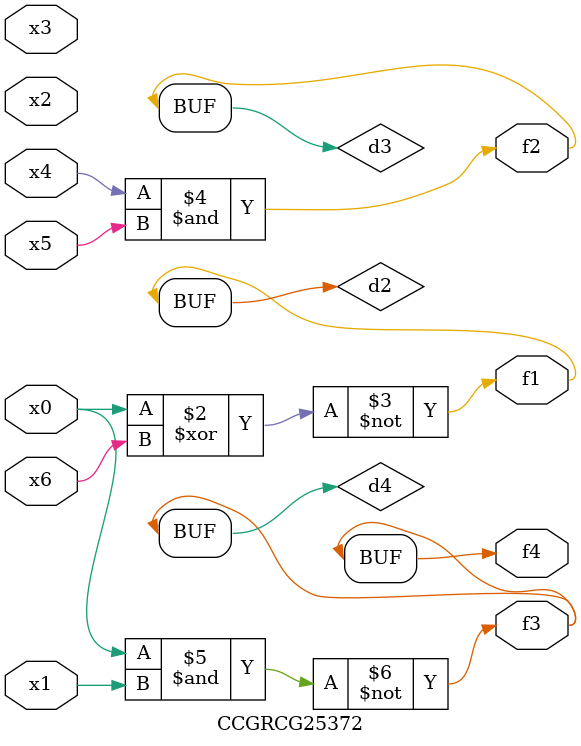
<source format=v>
module CCGRCG25372(
	input x0, x1, x2, x3, x4, x5, x6,
	output f1, f2, f3, f4
);

	wire d1, d2, d3, d4;

	nor (d1, x0);
	xnor (d2, x0, x6);
	and (d3, x4, x5);
	nand (d4, x0, x1);
	assign f1 = d2;
	assign f2 = d3;
	assign f3 = d4;
	assign f4 = d4;
endmodule

</source>
